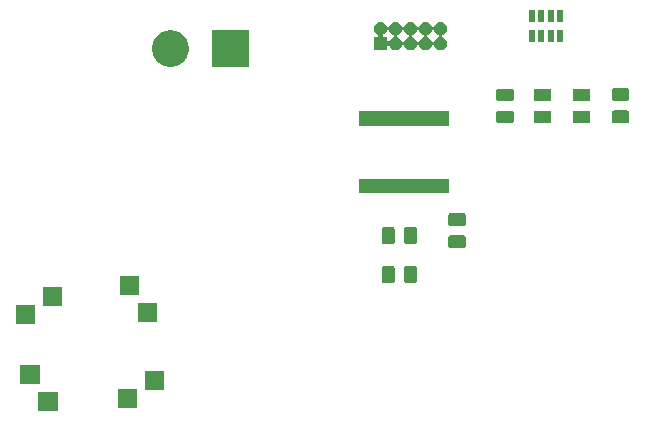
<source format=gbr>
G04 #@! TF.GenerationSoftware,KiCad,Pcbnew,5.0.2-bee76a0~70~ubuntu16.04.1*
G04 #@! TF.CreationDate,2020-01-03T14:39:20-08:00*
G04 #@! TF.ProjectId,Cap_touch_test,4361705f-746f-4756-9368-5f746573742e,rev?*
G04 #@! TF.SameCoordinates,Original*
G04 #@! TF.FileFunction,Soldermask,Top*
G04 #@! TF.FilePolarity,Negative*
%FSLAX46Y46*%
G04 Gerber Fmt 4.6, Leading zero omitted, Abs format (unit mm)*
G04 Created by KiCad (PCBNEW 5.0.2-bee76a0~70~ubuntu16.04.1) date Fri 03 Jan 2020 14:39:20 PST*
%MOMM*%
%LPD*%
G01*
G04 APERTURE LIST*
%ADD10C,0.100000*%
G04 APERTURE END LIST*
D10*
G36*
X58013800Y-49682600D02*
X56387800Y-49682600D01*
X56387800Y-48056600D01*
X58013800Y-48056600D01*
X58013800Y-49682600D01*
X58013800Y-49682600D01*
G37*
G36*
X64744800Y-49403200D02*
X63118800Y-49403200D01*
X63118800Y-47777200D01*
X64744800Y-47777200D01*
X64744800Y-49403200D01*
X64744800Y-49403200D01*
G37*
G36*
X67030800Y-47879200D02*
X65404800Y-47879200D01*
X65404800Y-46253200D01*
X67030800Y-46253200D01*
X67030800Y-47879200D01*
X67030800Y-47879200D01*
G37*
G36*
X56489800Y-47396600D02*
X54863800Y-47396600D01*
X54863800Y-45770600D01*
X56489800Y-45770600D01*
X56489800Y-47396600D01*
X56489800Y-47396600D01*
G37*
G36*
X56108800Y-42265800D02*
X54482800Y-42265800D01*
X54482800Y-40639800D01*
X56108800Y-40639800D01*
X56108800Y-42265800D01*
X56108800Y-42265800D01*
G37*
G36*
X66446600Y-42138800D02*
X64820600Y-42138800D01*
X64820600Y-40512800D01*
X66446600Y-40512800D01*
X66446600Y-42138800D01*
X66446600Y-42138800D01*
G37*
G36*
X58394800Y-40741800D02*
X56768800Y-40741800D01*
X56768800Y-39115800D01*
X58394800Y-39115800D01*
X58394800Y-40741800D01*
X58394800Y-40741800D01*
G37*
G36*
X64922600Y-39852800D02*
X63296600Y-39852800D01*
X63296600Y-38226800D01*
X64922600Y-38226800D01*
X64922600Y-39852800D01*
X64922600Y-39852800D01*
G37*
G36*
X88255966Y-37353565D02*
X88294637Y-37365296D01*
X88330279Y-37384348D01*
X88361517Y-37409983D01*
X88387152Y-37441221D01*
X88406204Y-37476863D01*
X88417935Y-37515534D01*
X88422500Y-37561888D01*
X88422500Y-38638112D01*
X88417935Y-38684466D01*
X88406204Y-38723137D01*
X88387152Y-38758779D01*
X88361517Y-38790017D01*
X88330279Y-38815652D01*
X88294637Y-38834704D01*
X88255966Y-38846435D01*
X88209612Y-38851000D01*
X87558388Y-38851000D01*
X87512034Y-38846435D01*
X87473363Y-38834704D01*
X87437721Y-38815652D01*
X87406483Y-38790017D01*
X87380848Y-38758779D01*
X87361796Y-38723137D01*
X87350065Y-38684466D01*
X87345500Y-38638112D01*
X87345500Y-37561888D01*
X87350065Y-37515534D01*
X87361796Y-37476863D01*
X87380848Y-37441221D01*
X87406483Y-37409983D01*
X87437721Y-37384348D01*
X87473363Y-37365296D01*
X87512034Y-37353565D01*
X87558388Y-37349000D01*
X88209612Y-37349000D01*
X88255966Y-37353565D01*
X88255966Y-37353565D01*
G37*
G36*
X86380966Y-37353565D02*
X86419637Y-37365296D01*
X86455279Y-37384348D01*
X86486517Y-37409983D01*
X86512152Y-37441221D01*
X86531204Y-37476863D01*
X86542935Y-37515534D01*
X86547500Y-37561888D01*
X86547500Y-38638112D01*
X86542935Y-38684466D01*
X86531204Y-38723137D01*
X86512152Y-38758779D01*
X86486517Y-38790017D01*
X86455279Y-38815652D01*
X86419637Y-38834704D01*
X86380966Y-38846435D01*
X86334612Y-38851000D01*
X85683388Y-38851000D01*
X85637034Y-38846435D01*
X85598363Y-38834704D01*
X85562721Y-38815652D01*
X85531483Y-38790017D01*
X85505848Y-38758779D01*
X85486796Y-38723137D01*
X85475065Y-38684466D01*
X85470500Y-38638112D01*
X85470500Y-37561888D01*
X85475065Y-37515534D01*
X85486796Y-37476863D01*
X85505848Y-37441221D01*
X85531483Y-37409983D01*
X85562721Y-37384348D01*
X85598363Y-37365296D01*
X85637034Y-37353565D01*
X85683388Y-37349000D01*
X86334612Y-37349000D01*
X86380966Y-37353565D01*
X86380966Y-37353565D01*
G37*
G36*
X92405466Y-34772065D02*
X92444137Y-34783796D01*
X92479779Y-34802848D01*
X92511017Y-34828483D01*
X92536652Y-34859721D01*
X92555704Y-34895363D01*
X92567435Y-34934034D01*
X92572000Y-34980388D01*
X92572000Y-35631612D01*
X92567435Y-35677966D01*
X92555704Y-35716637D01*
X92536652Y-35752279D01*
X92511017Y-35783517D01*
X92479779Y-35809152D01*
X92444137Y-35828204D01*
X92405466Y-35839935D01*
X92359112Y-35844500D01*
X91282888Y-35844500D01*
X91236534Y-35839935D01*
X91197863Y-35828204D01*
X91162221Y-35809152D01*
X91130983Y-35783517D01*
X91105348Y-35752279D01*
X91086296Y-35716637D01*
X91074565Y-35677966D01*
X91070000Y-35631612D01*
X91070000Y-34980388D01*
X91074565Y-34934034D01*
X91086296Y-34895363D01*
X91105348Y-34859721D01*
X91130983Y-34828483D01*
X91162221Y-34802848D01*
X91197863Y-34783796D01*
X91236534Y-34772065D01*
X91282888Y-34767500D01*
X92359112Y-34767500D01*
X92405466Y-34772065D01*
X92405466Y-34772065D01*
G37*
G36*
X88255966Y-34051565D02*
X88294637Y-34063296D01*
X88330279Y-34082348D01*
X88361517Y-34107983D01*
X88387152Y-34139221D01*
X88406204Y-34174863D01*
X88417935Y-34213534D01*
X88422500Y-34259888D01*
X88422500Y-35336112D01*
X88417935Y-35382466D01*
X88406204Y-35421137D01*
X88387152Y-35456779D01*
X88361517Y-35488017D01*
X88330279Y-35513652D01*
X88294637Y-35532704D01*
X88255966Y-35544435D01*
X88209612Y-35549000D01*
X87558388Y-35549000D01*
X87512034Y-35544435D01*
X87473363Y-35532704D01*
X87437721Y-35513652D01*
X87406483Y-35488017D01*
X87380848Y-35456779D01*
X87361796Y-35421137D01*
X87350065Y-35382466D01*
X87345500Y-35336112D01*
X87345500Y-34259888D01*
X87350065Y-34213534D01*
X87361796Y-34174863D01*
X87380848Y-34139221D01*
X87406483Y-34107983D01*
X87437721Y-34082348D01*
X87473363Y-34063296D01*
X87512034Y-34051565D01*
X87558388Y-34047000D01*
X88209612Y-34047000D01*
X88255966Y-34051565D01*
X88255966Y-34051565D01*
G37*
G36*
X86380966Y-34051565D02*
X86419637Y-34063296D01*
X86455279Y-34082348D01*
X86486517Y-34107983D01*
X86512152Y-34139221D01*
X86531204Y-34174863D01*
X86542935Y-34213534D01*
X86547500Y-34259888D01*
X86547500Y-35336112D01*
X86542935Y-35382466D01*
X86531204Y-35421137D01*
X86512152Y-35456779D01*
X86486517Y-35488017D01*
X86455279Y-35513652D01*
X86419637Y-35532704D01*
X86380966Y-35544435D01*
X86334612Y-35549000D01*
X85683388Y-35549000D01*
X85637034Y-35544435D01*
X85598363Y-35532704D01*
X85562721Y-35513652D01*
X85531483Y-35488017D01*
X85505848Y-35456779D01*
X85486796Y-35421137D01*
X85475065Y-35382466D01*
X85470500Y-35336112D01*
X85470500Y-34259888D01*
X85475065Y-34213534D01*
X85486796Y-34174863D01*
X85505848Y-34139221D01*
X85531483Y-34107983D01*
X85562721Y-34082348D01*
X85598363Y-34063296D01*
X85637034Y-34051565D01*
X85683388Y-34047000D01*
X86334612Y-34047000D01*
X86380966Y-34051565D01*
X86380966Y-34051565D01*
G37*
G36*
X92405466Y-32897065D02*
X92444137Y-32908796D01*
X92479779Y-32927848D01*
X92511017Y-32953483D01*
X92536652Y-32984721D01*
X92555704Y-33020363D01*
X92567435Y-33059034D01*
X92572000Y-33105388D01*
X92572000Y-33756612D01*
X92567435Y-33802966D01*
X92555704Y-33841637D01*
X92536652Y-33877279D01*
X92511017Y-33908517D01*
X92479779Y-33934152D01*
X92444137Y-33953204D01*
X92405466Y-33964935D01*
X92359112Y-33969500D01*
X91282888Y-33969500D01*
X91236534Y-33964935D01*
X91197863Y-33953204D01*
X91162221Y-33934152D01*
X91130983Y-33908517D01*
X91105348Y-33877279D01*
X91086296Y-33841637D01*
X91074565Y-33802966D01*
X91070000Y-33756612D01*
X91070000Y-33105388D01*
X91074565Y-33059034D01*
X91086296Y-33020363D01*
X91105348Y-32984721D01*
X91130983Y-32953483D01*
X91162221Y-32927848D01*
X91197863Y-32908796D01*
X91236534Y-32897065D01*
X91282888Y-32892500D01*
X92359112Y-32892500D01*
X92405466Y-32897065D01*
X92405466Y-32897065D01*
G37*
G36*
X91183000Y-31193000D02*
X83531000Y-31193000D01*
X83531000Y-29991000D01*
X91183000Y-29991000D01*
X91183000Y-31193000D01*
X91183000Y-31193000D01*
G37*
G36*
X91183000Y-25493000D02*
X83531000Y-25493000D01*
X83531000Y-24291000D01*
X91183000Y-24291000D01*
X91183000Y-25493000D01*
X91183000Y-25493000D01*
G37*
G36*
X102946466Y-24231065D02*
X102985137Y-24242796D01*
X103020779Y-24261848D01*
X103052017Y-24287483D01*
X103077652Y-24318721D01*
X103096704Y-24354363D01*
X103108435Y-24393034D01*
X103113000Y-24439388D01*
X103113000Y-25090612D01*
X103108435Y-25136966D01*
X103096704Y-25175637D01*
X103077652Y-25211279D01*
X103052017Y-25242517D01*
X103020779Y-25268152D01*
X102985137Y-25287204D01*
X102946466Y-25298935D01*
X102900112Y-25303500D01*
X101823888Y-25303500D01*
X101777534Y-25298935D01*
X101738863Y-25287204D01*
X101703221Y-25268152D01*
X101671983Y-25242517D01*
X101646348Y-25211279D01*
X101627296Y-25175637D01*
X101615565Y-25136966D01*
X101611000Y-25090612D01*
X101611000Y-24439388D01*
X101615565Y-24393034D01*
X101627296Y-24354363D01*
X101646348Y-24318721D01*
X101671983Y-24287483D01*
X101703221Y-24261848D01*
X101738863Y-24242796D01*
X101777534Y-24231065D01*
X101823888Y-24226500D01*
X102900112Y-24226500D01*
X102946466Y-24231065D01*
X102946466Y-24231065D01*
G37*
G36*
X99644466Y-24231065D02*
X99683137Y-24242796D01*
X99718779Y-24261848D01*
X99750017Y-24287483D01*
X99775652Y-24318721D01*
X99794704Y-24354363D01*
X99806435Y-24393034D01*
X99811000Y-24439388D01*
X99811000Y-25090612D01*
X99806435Y-25136966D01*
X99794704Y-25175637D01*
X99775652Y-25211279D01*
X99750017Y-25242517D01*
X99718779Y-25268152D01*
X99683137Y-25287204D01*
X99644466Y-25298935D01*
X99598112Y-25303500D01*
X98521888Y-25303500D01*
X98475534Y-25298935D01*
X98436863Y-25287204D01*
X98401221Y-25268152D01*
X98369983Y-25242517D01*
X98344348Y-25211279D01*
X98325296Y-25175637D01*
X98313565Y-25136966D01*
X98309000Y-25090612D01*
X98309000Y-24439388D01*
X98313565Y-24393034D01*
X98325296Y-24354363D01*
X98344348Y-24318721D01*
X98369983Y-24287483D01*
X98401221Y-24261848D01*
X98436863Y-24242796D01*
X98475534Y-24231065D01*
X98521888Y-24226500D01*
X99598112Y-24226500D01*
X99644466Y-24231065D01*
X99644466Y-24231065D01*
G37*
G36*
X96469466Y-24231065D02*
X96508137Y-24242796D01*
X96543779Y-24261848D01*
X96575017Y-24287483D01*
X96600652Y-24318721D01*
X96619704Y-24354363D01*
X96631435Y-24393034D01*
X96636000Y-24439388D01*
X96636000Y-25090612D01*
X96631435Y-25136966D01*
X96619704Y-25175637D01*
X96600652Y-25211279D01*
X96575017Y-25242517D01*
X96543779Y-25268152D01*
X96508137Y-25287204D01*
X96469466Y-25298935D01*
X96423112Y-25303500D01*
X95346888Y-25303500D01*
X95300534Y-25298935D01*
X95261863Y-25287204D01*
X95226221Y-25268152D01*
X95194983Y-25242517D01*
X95169348Y-25211279D01*
X95150296Y-25175637D01*
X95138565Y-25136966D01*
X95134000Y-25090612D01*
X95134000Y-24439388D01*
X95138565Y-24393034D01*
X95150296Y-24354363D01*
X95169348Y-24318721D01*
X95194983Y-24287483D01*
X95226221Y-24261848D01*
X95261863Y-24242796D01*
X95300534Y-24231065D01*
X95346888Y-24226500D01*
X96423112Y-24226500D01*
X96469466Y-24231065D01*
X96469466Y-24231065D01*
G37*
G36*
X106248466Y-24201065D02*
X106287137Y-24212796D01*
X106322779Y-24231848D01*
X106354017Y-24257483D01*
X106379652Y-24288721D01*
X106398704Y-24324363D01*
X106410435Y-24363034D01*
X106415000Y-24409388D01*
X106415000Y-25060612D01*
X106410435Y-25106966D01*
X106398704Y-25145637D01*
X106379652Y-25181279D01*
X106354017Y-25212517D01*
X106322779Y-25238152D01*
X106287137Y-25257204D01*
X106248466Y-25268935D01*
X106202112Y-25273500D01*
X105125888Y-25273500D01*
X105079534Y-25268935D01*
X105040863Y-25257204D01*
X105005221Y-25238152D01*
X104973983Y-25212517D01*
X104948348Y-25181279D01*
X104929296Y-25145637D01*
X104917565Y-25106966D01*
X104913000Y-25060612D01*
X104913000Y-24409388D01*
X104917565Y-24363034D01*
X104929296Y-24324363D01*
X104948348Y-24288721D01*
X104973983Y-24257483D01*
X105005221Y-24231848D01*
X105040863Y-24212796D01*
X105079534Y-24201065D01*
X105125888Y-24196500D01*
X106202112Y-24196500D01*
X106248466Y-24201065D01*
X106248466Y-24201065D01*
G37*
G36*
X99644466Y-22356065D02*
X99683137Y-22367796D01*
X99718779Y-22386848D01*
X99750017Y-22412483D01*
X99775652Y-22443721D01*
X99794704Y-22479363D01*
X99806435Y-22518034D01*
X99811000Y-22564388D01*
X99811000Y-23215612D01*
X99806435Y-23261966D01*
X99794704Y-23300637D01*
X99775652Y-23336279D01*
X99750017Y-23367517D01*
X99718779Y-23393152D01*
X99683137Y-23412204D01*
X99644466Y-23423935D01*
X99598112Y-23428500D01*
X98521888Y-23428500D01*
X98475534Y-23423935D01*
X98436863Y-23412204D01*
X98401221Y-23393152D01*
X98369983Y-23367517D01*
X98344348Y-23336279D01*
X98325296Y-23300637D01*
X98313565Y-23261966D01*
X98309000Y-23215612D01*
X98309000Y-22564388D01*
X98313565Y-22518034D01*
X98325296Y-22479363D01*
X98344348Y-22443721D01*
X98369983Y-22412483D01*
X98401221Y-22386848D01*
X98436863Y-22367796D01*
X98475534Y-22356065D01*
X98521888Y-22351500D01*
X99598112Y-22351500D01*
X99644466Y-22356065D01*
X99644466Y-22356065D01*
G37*
G36*
X102946466Y-22356065D02*
X102985137Y-22367796D01*
X103020779Y-22386848D01*
X103052017Y-22412483D01*
X103077652Y-22443721D01*
X103096704Y-22479363D01*
X103108435Y-22518034D01*
X103113000Y-22564388D01*
X103113000Y-23215612D01*
X103108435Y-23261966D01*
X103096704Y-23300637D01*
X103077652Y-23336279D01*
X103052017Y-23367517D01*
X103020779Y-23393152D01*
X102985137Y-23412204D01*
X102946466Y-23423935D01*
X102900112Y-23428500D01*
X101823888Y-23428500D01*
X101777534Y-23423935D01*
X101738863Y-23412204D01*
X101703221Y-23393152D01*
X101671983Y-23367517D01*
X101646348Y-23336279D01*
X101627296Y-23300637D01*
X101615565Y-23261966D01*
X101611000Y-23215612D01*
X101611000Y-22564388D01*
X101615565Y-22518034D01*
X101627296Y-22479363D01*
X101646348Y-22443721D01*
X101671983Y-22412483D01*
X101703221Y-22386848D01*
X101738863Y-22367796D01*
X101777534Y-22356065D01*
X101823888Y-22351500D01*
X102900112Y-22351500D01*
X102946466Y-22356065D01*
X102946466Y-22356065D01*
G37*
G36*
X96469466Y-22356065D02*
X96508137Y-22367796D01*
X96543779Y-22386848D01*
X96575017Y-22412483D01*
X96600652Y-22443721D01*
X96619704Y-22479363D01*
X96631435Y-22518034D01*
X96636000Y-22564388D01*
X96636000Y-23215612D01*
X96631435Y-23261966D01*
X96619704Y-23300637D01*
X96600652Y-23336279D01*
X96575017Y-23367517D01*
X96543779Y-23393152D01*
X96508137Y-23412204D01*
X96469466Y-23423935D01*
X96423112Y-23428500D01*
X95346888Y-23428500D01*
X95300534Y-23423935D01*
X95261863Y-23412204D01*
X95226221Y-23393152D01*
X95194983Y-23367517D01*
X95169348Y-23336279D01*
X95150296Y-23300637D01*
X95138565Y-23261966D01*
X95134000Y-23215612D01*
X95134000Y-22564388D01*
X95138565Y-22518034D01*
X95150296Y-22479363D01*
X95169348Y-22443721D01*
X95194983Y-22412483D01*
X95226221Y-22386848D01*
X95261863Y-22367796D01*
X95300534Y-22356065D01*
X95346888Y-22351500D01*
X96423112Y-22351500D01*
X96469466Y-22356065D01*
X96469466Y-22356065D01*
G37*
G36*
X106248466Y-22326065D02*
X106287137Y-22337796D01*
X106322779Y-22356848D01*
X106354017Y-22382483D01*
X106379652Y-22413721D01*
X106398704Y-22449363D01*
X106410435Y-22488034D01*
X106415000Y-22534388D01*
X106415000Y-23185612D01*
X106410435Y-23231966D01*
X106398704Y-23270637D01*
X106379652Y-23306279D01*
X106354017Y-23337517D01*
X106322779Y-23363152D01*
X106287137Y-23382204D01*
X106248466Y-23393935D01*
X106202112Y-23398500D01*
X105125888Y-23398500D01*
X105079534Y-23393935D01*
X105040863Y-23382204D01*
X105005221Y-23363152D01*
X104973983Y-23337517D01*
X104948348Y-23306279D01*
X104929296Y-23270637D01*
X104917565Y-23231966D01*
X104913000Y-23185612D01*
X104913000Y-22534388D01*
X104917565Y-22488034D01*
X104929296Y-22449363D01*
X104948348Y-22413721D01*
X104973983Y-22382483D01*
X105005221Y-22356848D01*
X105040863Y-22337796D01*
X105079534Y-22326065D01*
X105125888Y-22321500D01*
X106202112Y-22321500D01*
X106248466Y-22326065D01*
X106248466Y-22326065D01*
G37*
G36*
X67916527Y-17462536D02*
X68016410Y-17482404D01*
X68298674Y-17599321D01*
X68552705Y-17769059D01*
X68768741Y-17985095D01*
X68938479Y-18239126D01*
X69055396Y-18521390D01*
X69075264Y-18621273D01*
X69111972Y-18805814D01*
X69115000Y-18821040D01*
X69115000Y-19126560D01*
X69055396Y-19426210D01*
X68938479Y-19708474D01*
X68768741Y-19962505D01*
X68552705Y-20178541D01*
X68298674Y-20348279D01*
X68016410Y-20465196D01*
X67916527Y-20485064D01*
X67716762Y-20524800D01*
X67411238Y-20524800D01*
X67211473Y-20485064D01*
X67111590Y-20465196D01*
X66829326Y-20348279D01*
X66575295Y-20178541D01*
X66359259Y-19962505D01*
X66189521Y-19708474D01*
X66072604Y-19426210D01*
X66013000Y-19126560D01*
X66013000Y-18821040D01*
X66016029Y-18805814D01*
X66052736Y-18621273D01*
X66072604Y-18521390D01*
X66189521Y-18239126D01*
X66359259Y-17985095D01*
X66575295Y-17769059D01*
X66829326Y-17599321D01*
X67111590Y-17482404D01*
X67211473Y-17462536D01*
X67411238Y-17422800D01*
X67716762Y-17422800D01*
X67916527Y-17462536D01*
X67916527Y-17462536D01*
G37*
G36*
X74195000Y-20524800D02*
X71093000Y-20524800D01*
X71093000Y-17422800D01*
X74195000Y-17422800D01*
X74195000Y-20524800D01*
X74195000Y-20524800D01*
G37*
G36*
X85452015Y-16728973D02*
X85555879Y-16760479D01*
X85651600Y-16811644D01*
X85735501Y-16880499D01*
X85804356Y-16964400D01*
X85855521Y-17060121D01*
X85859383Y-17072854D01*
X85868760Y-17095493D01*
X85882374Y-17115867D01*
X85899701Y-17133194D01*
X85920076Y-17146808D01*
X85942715Y-17156186D01*
X85966748Y-17160966D01*
X85991252Y-17160966D01*
X86015286Y-17156185D01*
X86037925Y-17146808D01*
X86058299Y-17133194D01*
X86075626Y-17115867D01*
X86089240Y-17095492D01*
X86098617Y-17072854D01*
X86102479Y-17060121D01*
X86153644Y-16964400D01*
X86222499Y-16880499D01*
X86306400Y-16811644D01*
X86402121Y-16760479D01*
X86505985Y-16728973D01*
X86586933Y-16721000D01*
X86641067Y-16721000D01*
X86722015Y-16728973D01*
X86825879Y-16760479D01*
X86921600Y-16811644D01*
X87005501Y-16880499D01*
X87074356Y-16964400D01*
X87125521Y-17060121D01*
X87129383Y-17072854D01*
X87138760Y-17095493D01*
X87152374Y-17115867D01*
X87169701Y-17133194D01*
X87190076Y-17146808D01*
X87212715Y-17156186D01*
X87236748Y-17160966D01*
X87261252Y-17160966D01*
X87285286Y-17156185D01*
X87307925Y-17146808D01*
X87328299Y-17133194D01*
X87345626Y-17115867D01*
X87359240Y-17095492D01*
X87368617Y-17072854D01*
X87372479Y-17060121D01*
X87423644Y-16964400D01*
X87492499Y-16880499D01*
X87576400Y-16811644D01*
X87672121Y-16760479D01*
X87775985Y-16728973D01*
X87856933Y-16721000D01*
X87911067Y-16721000D01*
X87992015Y-16728973D01*
X88095879Y-16760479D01*
X88191600Y-16811644D01*
X88275501Y-16880499D01*
X88344356Y-16964400D01*
X88395521Y-17060121D01*
X88399383Y-17072854D01*
X88408760Y-17095493D01*
X88422374Y-17115867D01*
X88439701Y-17133194D01*
X88460076Y-17146808D01*
X88482715Y-17156186D01*
X88506748Y-17160966D01*
X88531252Y-17160966D01*
X88555286Y-17156185D01*
X88577925Y-17146808D01*
X88598299Y-17133194D01*
X88615626Y-17115867D01*
X88629240Y-17095492D01*
X88638617Y-17072854D01*
X88642479Y-17060121D01*
X88693644Y-16964400D01*
X88762499Y-16880499D01*
X88846400Y-16811644D01*
X88942121Y-16760479D01*
X89045985Y-16728973D01*
X89126933Y-16721000D01*
X89181067Y-16721000D01*
X89262015Y-16728973D01*
X89365879Y-16760479D01*
X89461600Y-16811644D01*
X89545501Y-16880499D01*
X89614356Y-16964400D01*
X89665521Y-17060121D01*
X89669383Y-17072854D01*
X89678760Y-17095493D01*
X89692374Y-17115867D01*
X89709701Y-17133194D01*
X89730076Y-17146808D01*
X89752715Y-17156186D01*
X89776748Y-17160966D01*
X89801252Y-17160966D01*
X89825286Y-17156185D01*
X89847925Y-17146808D01*
X89868299Y-17133194D01*
X89885626Y-17115867D01*
X89899240Y-17095492D01*
X89908617Y-17072854D01*
X89912479Y-17060121D01*
X89963644Y-16964400D01*
X90032499Y-16880499D01*
X90116400Y-16811644D01*
X90212121Y-16760479D01*
X90315985Y-16728973D01*
X90396933Y-16721000D01*
X90451067Y-16721000D01*
X90532015Y-16728973D01*
X90635879Y-16760479D01*
X90731600Y-16811644D01*
X90815501Y-16880499D01*
X90884356Y-16964400D01*
X90935521Y-17060121D01*
X90967027Y-17163985D01*
X90977666Y-17272000D01*
X90967027Y-17380015D01*
X90935521Y-17483879D01*
X90884356Y-17579600D01*
X90815501Y-17663501D01*
X90731600Y-17732356D01*
X90635879Y-17783521D01*
X90623142Y-17787385D01*
X90600507Y-17796760D01*
X90580133Y-17810374D01*
X90562806Y-17827701D01*
X90549192Y-17848076D01*
X90539814Y-17870715D01*
X90535034Y-17894748D01*
X90535034Y-17919252D01*
X90539815Y-17943286D01*
X90549192Y-17965925D01*
X90562806Y-17986299D01*
X90580133Y-18003626D01*
X90600508Y-18017240D01*
X90623142Y-18026615D01*
X90635879Y-18030479D01*
X90731600Y-18081644D01*
X90815501Y-18150499D01*
X90884356Y-18234400D01*
X90935521Y-18330121D01*
X90967027Y-18433985D01*
X90977666Y-18542000D01*
X90967027Y-18650015D01*
X90935521Y-18753879D01*
X90884356Y-18849600D01*
X90815501Y-18933501D01*
X90731600Y-19002356D01*
X90635879Y-19053521D01*
X90532015Y-19085027D01*
X90451067Y-19093000D01*
X90396933Y-19093000D01*
X90315985Y-19085027D01*
X90212121Y-19053521D01*
X90116400Y-19002356D01*
X90032499Y-18933501D01*
X89963644Y-18849600D01*
X89912479Y-18753879D01*
X89908615Y-18741142D01*
X89899240Y-18718507D01*
X89885626Y-18698133D01*
X89868299Y-18680806D01*
X89847924Y-18667192D01*
X89825285Y-18657814D01*
X89801252Y-18653034D01*
X89776748Y-18653034D01*
X89752714Y-18657815D01*
X89730075Y-18667192D01*
X89709701Y-18680806D01*
X89692374Y-18698133D01*
X89678760Y-18718508D01*
X89669385Y-18741142D01*
X89665521Y-18753879D01*
X89614356Y-18849600D01*
X89545501Y-18933501D01*
X89461600Y-19002356D01*
X89365879Y-19053521D01*
X89262015Y-19085027D01*
X89181067Y-19093000D01*
X89126933Y-19093000D01*
X89045985Y-19085027D01*
X88942121Y-19053521D01*
X88846400Y-19002356D01*
X88762499Y-18933501D01*
X88693644Y-18849600D01*
X88642479Y-18753879D01*
X88638615Y-18741142D01*
X88629240Y-18718507D01*
X88615626Y-18698133D01*
X88598299Y-18680806D01*
X88577924Y-18667192D01*
X88555285Y-18657814D01*
X88531252Y-18653034D01*
X88506748Y-18653034D01*
X88482714Y-18657815D01*
X88460075Y-18667192D01*
X88439701Y-18680806D01*
X88422374Y-18698133D01*
X88408760Y-18718508D01*
X88399385Y-18741142D01*
X88395521Y-18753879D01*
X88344356Y-18849600D01*
X88275501Y-18933501D01*
X88191600Y-19002356D01*
X88095879Y-19053521D01*
X87992015Y-19085027D01*
X87911067Y-19093000D01*
X87856933Y-19093000D01*
X87775985Y-19085027D01*
X87672121Y-19053521D01*
X87576400Y-19002356D01*
X87492499Y-18933501D01*
X87423644Y-18849600D01*
X87372479Y-18753879D01*
X87368615Y-18741142D01*
X87359240Y-18718507D01*
X87345626Y-18698133D01*
X87328299Y-18680806D01*
X87307924Y-18667192D01*
X87285285Y-18657814D01*
X87261252Y-18653034D01*
X87236748Y-18653034D01*
X87212714Y-18657815D01*
X87190075Y-18667192D01*
X87169701Y-18680806D01*
X87152374Y-18698133D01*
X87138760Y-18718508D01*
X87129385Y-18741142D01*
X87125521Y-18753879D01*
X87074356Y-18849600D01*
X87005501Y-18933501D01*
X86921600Y-19002356D01*
X86825879Y-19053521D01*
X86722015Y-19085027D01*
X86641067Y-19093000D01*
X86586933Y-19093000D01*
X86505985Y-19085027D01*
X86402121Y-19053521D01*
X86306400Y-19002356D01*
X86222499Y-18933501D01*
X86153644Y-18849600D01*
X86130234Y-18805805D01*
X86116626Y-18785439D01*
X86099299Y-18768111D01*
X86078924Y-18754498D01*
X86056285Y-18745120D01*
X86032252Y-18740340D01*
X86007748Y-18740340D01*
X85983714Y-18745121D01*
X85961075Y-18754498D01*
X85940701Y-18768112D01*
X85923373Y-18785439D01*
X85909760Y-18805814D01*
X85900382Y-18828453D01*
X85895000Y-18864738D01*
X85895000Y-19093000D01*
X84793000Y-19093000D01*
X84793000Y-17991000D01*
X85021262Y-17991000D01*
X85045648Y-17988598D01*
X85069097Y-17981485D01*
X85090708Y-17969934D01*
X85109650Y-17954388D01*
X85125196Y-17935446D01*
X85136747Y-17913835D01*
X85143860Y-17890386D01*
X85146262Y-17866000D01*
X85145056Y-17853748D01*
X85542340Y-17853748D01*
X85542340Y-17878252D01*
X85547121Y-17902286D01*
X85556498Y-17924925D01*
X85570112Y-17945299D01*
X85587439Y-17962627D01*
X85607814Y-17976240D01*
X85630453Y-17985618D01*
X85666738Y-17991000D01*
X85895000Y-17991000D01*
X85895000Y-18219262D01*
X85897402Y-18243648D01*
X85904515Y-18267097D01*
X85916066Y-18288708D01*
X85931612Y-18307650D01*
X85950554Y-18323196D01*
X85972165Y-18334747D01*
X85995614Y-18341860D01*
X86020000Y-18344262D01*
X86044386Y-18341860D01*
X86067835Y-18334747D01*
X86089446Y-18323196D01*
X86108388Y-18307650D01*
X86130236Y-18278192D01*
X86153644Y-18234400D01*
X86222499Y-18150499D01*
X86306400Y-18081644D01*
X86402121Y-18030479D01*
X86414858Y-18026615D01*
X86437493Y-18017240D01*
X86457867Y-18003626D01*
X86475194Y-17986299D01*
X86488808Y-17965924D01*
X86498186Y-17943285D01*
X86502966Y-17919252D01*
X86502966Y-17894748D01*
X86725034Y-17894748D01*
X86725034Y-17919252D01*
X86729815Y-17943286D01*
X86739192Y-17965925D01*
X86752806Y-17986299D01*
X86770133Y-18003626D01*
X86790508Y-18017240D01*
X86813142Y-18026615D01*
X86825879Y-18030479D01*
X86921600Y-18081644D01*
X87005501Y-18150499D01*
X87074356Y-18234400D01*
X87125521Y-18330121D01*
X87129383Y-18342854D01*
X87138760Y-18365493D01*
X87152374Y-18385867D01*
X87169701Y-18403194D01*
X87190076Y-18416808D01*
X87212715Y-18426186D01*
X87236748Y-18430966D01*
X87261252Y-18430966D01*
X87285286Y-18426185D01*
X87307925Y-18416808D01*
X87328299Y-18403194D01*
X87345626Y-18385867D01*
X87359240Y-18365492D01*
X87368617Y-18342854D01*
X87372479Y-18330121D01*
X87423644Y-18234400D01*
X87492499Y-18150499D01*
X87576400Y-18081644D01*
X87672121Y-18030479D01*
X87684858Y-18026615D01*
X87707493Y-18017240D01*
X87727867Y-18003626D01*
X87745194Y-17986299D01*
X87758808Y-17965924D01*
X87768186Y-17943285D01*
X87772966Y-17919252D01*
X87772966Y-17894748D01*
X87995034Y-17894748D01*
X87995034Y-17919252D01*
X87999815Y-17943286D01*
X88009192Y-17965925D01*
X88022806Y-17986299D01*
X88040133Y-18003626D01*
X88060508Y-18017240D01*
X88083142Y-18026615D01*
X88095879Y-18030479D01*
X88191600Y-18081644D01*
X88275501Y-18150499D01*
X88344356Y-18234400D01*
X88395521Y-18330121D01*
X88399383Y-18342854D01*
X88408760Y-18365493D01*
X88422374Y-18385867D01*
X88439701Y-18403194D01*
X88460076Y-18416808D01*
X88482715Y-18426186D01*
X88506748Y-18430966D01*
X88531252Y-18430966D01*
X88555286Y-18426185D01*
X88577925Y-18416808D01*
X88598299Y-18403194D01*
X88615626Y-18385867D01*
X88629240Y-18365492D01*
X88638617Y-18342854D01*
X88642479Y-18330121D01*
X88693644Y-18234400D01*
X88762499Y-18150499D01*
X88846400Y-18081644D01*
X88942121Y-18030479D01*
X88954858Y-18026615D01*
X88977493Y-18017240D01*
X88997867Y-18003626D01*
X89015194Y-17986299D01*
X89028808Y-17965924D01*
X89038186Y-17943285D01*
X89042966Y-17919252D01*
X89042966Y-17894748D01*
X89265034Y-17894748D01*
X89265034Y-17919252D01*
X89269815Y-17943286D01*
X89279192Y-17965925D01*
X89292806Y-17986299D01*
X89310133Y-18003626D01*
X89330508Y-18017240D01*
X89353142Y-18026615D01*
X89365879Y-18030479D01*
X89461600Y-18081644D01*
X89545501Y-18150499D01*
X89614356Y-18234400D01*
X89665521Y-18330121D01*
X89669383Y-18342854D01*
X89678760Y-18365493D01*
X89692374Y-18385867D01*
X89709701Y-18403194D01*
X89730076Y-18416808D01*
X89752715Y-18426186D01*
X89776748Y-18430966D01*
X89801252Y-18430966D01*
X89825286Y-18426185D01*
X89847925Y-18416808D01*
X89868299Y-18403194D01*
X89885626Y-18385867D01*
X89899240Y-18365492D01*
X89908617Y-18342854D01*
X89912479Y-18330121D01*
X89963644Y-18234400D01*
X90032499Y-18150499D01*
X90116400Y-18081644D01*
X90212121Y-18030479D01*
X90224858Y-18026615D01*
X90247493Y-18017240D01*
X90267867Y-18003626D01*
X90285194Y-17986299D01*
X90298808Y-17965924D01*
X90308186Y-17943285D01*
X90312966Y-17919252D01*
X90312966Y-17894748D01*
X90308185Y-17870714D01*
X90298808Y-17848075D01*
X90285194Y-17827701D01*
X90267867Y-17810374D01*
X90247492Y-17796760D01*
X90224858Y-17787385D01*
X90212121Y-17783521D01*
X90116400Y-17732356D01*
X90032499Y-17663501D01*
X89963644Y-17579600D01*
X89912479Y-17483879D01*
X89908615Y-17471142D01*
X89899240Y-17448507D01*
X89885626Y-17428133D01*
X89868299Y-17410806D01*
X89847924Y-17397192D01*
X89825285Y-17387814D01*
X89801252Y-17383034D01*
X89776748Y-17383034D01*
X89752714Y-17387815D01*
X89730075Y-17397192D01*
X89709701Y-17410806D01*
X89692374Y-17428133D01*
X89678760Y-17448508D01*
X89669385Y-17471142D01*
X89665521Y-17483879D01*
X89614356Y-17579600D01*
X89545501Y-17663501D01*
X89461600Y-17732356D01*
X89365879Y-17783521D01*
X89353142Y-17787385D01*
X89330507Y-17796760D01*
X89310133Y-17810374D01*
X89292806Y-17827701D01*
X89279192Y-17848076D01*
X89269814Y-17870715D01*
X89265034Y-17894748D01*
X89042966Y-17894748D01*
X89038185Y-17870714D01*
X89028808Y-17848075D01*
X89015194Y-17827701D01*
X88997867Y-17810374D01*
X88977492Y-17796760D01*
X88954858Y-17787385D01*
X88942121Y-17783521D01*
X88846400Y-17732356D01*
X88762499Y-17663501D01*
X88693644Y-17579600D01*
X88642479Y-17483879D01*
X88638615Y-17471142D01*
X88629240Y-17448507D01*
X88615626Y-17428133D01*
X88598299Y-17410806D01*
X88577924Y-17397192D01*
X88555285Y-17387814D01*
X88531252Y-17383034D01*
X88506748Y-17383034D01*
X88482714Y-17387815D01*
X88460075Y-17397192D01*
X88439701Y-17410806D01*
X88422374Y-17428133D01*
X88408760Y-17448508D01*
X88399385Y-17471142D01*
X88395521Y-17483879D01*
X88344356Y-17579600D01*
X88275501Y-17663501D01*
X88191600Y-17732356D01*
X88095879Y-17783521D01*
X88083142Y-17787385D01*
X88060507Y-17796760D01*
X88040133Y-17810374D01*
X88022806Y-17827701D01*
X88009192Y-17848076D01*
X87999814Y-17870715D01*
X87995034Y-17894748D01*
X87772966Y-17894748D01*
X87768185Y-17870714D01*
X87758808Y-17848075D01*
X87745194Y-17827701D01*
X87727867Y-17810374D01*
X87707492Y-17796760D01*
X87684858Y-17787385D01*
X87672121Y-17783521D01*
X87576400Y-17732356D01*
X87492499Y-17663501D01*
X87423644Y-17579600D01*
X87372479Y-17483879D01*
X87368615Y-17471142D01*
X87359240Y-17448507D01*
X87345626Y-17428133D01*
X87328299Y-17410806D01*
X87307924Y-17397192D01*
X87285285Y-17387814D01*
X87261252Y-17383034D01*
X87236748Y-17383034D01*
X87212714Y-17387815D01*
X87190075Y-17397192D01*
X87169701Y-17410806D01*
X87152374Y-17428133D01*
X87138760Y-17448508D01*
X87129385Y-17471142D01*
X87125521Y-17483879D01*
X87074356Y-17579600D01*
X87005501Y-17663501D01*
X86921600Y-17732356D01*
X86825879Y-17783521D01*
X86813142Y-17787385D01*
X86790507Y-17796760D01*
X86770133Y-17810374D01*
X86752806Y-17827701D01*
X86739192Y-17848076D01*
X86729814Y-17870715D01*
X86725034Y-17894748D01*
X86502966Y-17894748D01*
X86498185Y-17870714D01*
X86488808Y-17848075D01*
X86475194Y-17827701D01*
X86457867Y-17810374D01*
X86437492Y-17796760D01*
X86414858Y-17787385D01*
X86402121Y-17783521D01*
X86306400Y-17732356D01*
X86222499Y-17663501D01*
X86153644Y-17579600D01*
X86102479Y-17483879D01*
X86098615Y-17471142D01*
X86089240Y-17448507D01*
X86075626Y-17428133D01*
X86058299Y-17410806D01*
X86037924Y-17397192D01*
X86015285Y-17387814D01*
X85991252Y-17383034D01*
X85966748Y-17383034D01*
X85942714Y-17387815D01*
X85920075Y-17397192D01*
X85899701Y-17410806D01*
X85882374Y-17428133D01*
X85868760Y-17448508D01*
X85859385Y-17471142D01*
X85855521Y-17483879D01*
X85804356Y-17579600D01*
X85735501Y-17663501D01*
X85651600Y-17732356D01*
X85607805Y-17755766D01*
X85587439Y-17769374D01*
X85570111Y-17786701D01*
X85556498Y-17807076D01*
X85547120Y-17829715D01*
X85542340Y-17853748D01*
X85145056Y-17853748D01*
X85143860Y-17841614D01*
X85136747Y-17818165D01*
X85125196Y-17796554D01*
X85109650Y-17777612D01*
X85080192Y-17755764D01*
X85036400Y-17732356D01*
X84952499Y-17663501D01*
X84883644Y-17579600D01*
X84832479Y-17483879D01*
X84800973Y-17380015D01*
X84790334Y-17272000D01*
X84800973Y-17163985D01*
X84832479Y-17060121D01*
X84883644Y-16964400D01*
X84952499Y-16880499D01*
X85036400Y-16811644D01*
X85132121Y-16760479D01*
X85235985Y-16728973D01*
X85316933Y-16721000D01*
X85371067Y-16721000D01*
X85452015Y-16728973D01*
X85452015Y-16728973D01*
G37*
G36*
X100822000Y-18408000D02*
X100320000Y-18408000D01*
X100320000Y-17406000D01*
X100822000Y-17406000D01*
X100822000Y-18408000D01*
X100822000Y-18408000D01*
G37*
G36*
X100022000Y-18408000D02*
X99520000Y-18408000D01*
X99520000Y-17406000D01*
X100022000Y-17406000D01*
X100022000Y-18408000D01*
X100022000Y-18408000D01*
G37*
G36*
X98422000Y-18408000D02*
X97920000Y-18408000D01*
X97920000Y-17406000D01*
X98422000Y-17406000D01*
X98422000Y-18408000D01*
X98422000Y-18408000D01*
G37*
G36*
X99222000Y-18408000D02*
X98720000Y-18408000D01*
X98720000Y-17406000D01*
X99222000Y-17406000D01*
X99222000Y-18408000D01*
X99222000Y-18408000D01*
G37*
G36*
X98422000Y-16708000D02*
X97920000Y-16708000D01*
X97920000Y-15706000D01*
X98422000Y-15706000D01*
X98422000Y-16708000D01*
X98422000Y-16708000D01*
G37*
G36*
X99222000Y-16708000D02*
X98720000Y-16708000D01*
X98720000Y-15706000D01*
X99222000Y-15706000D01*
X99222000Y-16708000D01*
X99222000Y-16708000D01*
G37*
G36*
X100022000Y-16708000D02*
X99520000Y-16708000D01*
X99520000Y-15706000D01*
X100022000Y-15706000D01*
X100022000Y-16708000D01*
X100022000Y-16708000D01*
G37*
G36*
X100822000Y-16708000D02*
X100320000Y-16708000D01*
X100320000Y-15706000D01*
X100822000Y-15706000D01*
X100822000Y-16708000D01*
X100822000Y-16708000D01*
G37*
M02*

</source>
